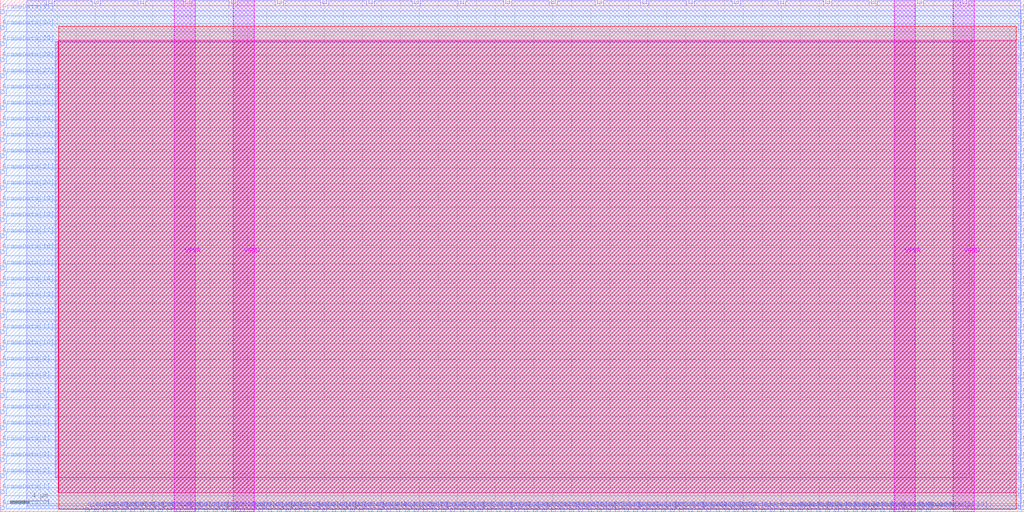
<source format=lef>
VERSION 5.7 ;
  NOWIREEXTENSIONATPIN ON ;
  DIVIDERCHAR "/" ;
  BUSBITCHARS "[]" ;
MACRO NW_term
  CLASS BLOCK ;
  FOREIGN NW_term ;
  ORIGIN 0.000 0.000 ;
  SIZE 107.520 BY 53.760 ;
  PIN FrameData[0]
    DIRECTION INPUT ;
    USE SIGNAL ;
    ANTENNAGATEAREA 0.180700 ;
    PORT
      LAYER Metal3 ;
        RECT 0.000 0.220 0.400 0.620 ;
    END
  END FrameData[0]
  PIN FrameData[10]
    DIRECTION INPUT ;
    USE SIGNAL ;
    ANTENNAGATEAREA 0.180700 ;
    PORT
      LAYER Metal3 ;
        RECT 0.000 17.020 0.400 17.420 ;
    END
  END FrameData[10]
  PIN FrameData[11]
    DIRECTION INPUT ;
    USE SIGNAL ;
    ANTENNAGATEAREA 0.180700 ;
    PORT
      LAYER Metal3 ;
        RECT 0.000 18.700 0.400 19.100 ;
    END
  END FrameData[11]
  PIN FrameData[12]
    DIRECTION INPUT ;
    USE SIGNAL ;
    ANTENNAGATEAREA 0.180700 ;
    PORT
      LAYER Metal3 ;
        RECT 0.000 20.380 0.400 20.780 ;
    END
  END FrameData[12]
  PIN FrameData[13]
    DIRECTION INPUT ;
    USE SIGNAL ;
    ANTENNAGATEAREA 0.180700 ;
    PORT
      LAYER Metal3 ;
        RECT 0.000 22.060 0.400 22.460 ;
    END
  END FrameData[13]
  PIN FrameData[14]
    DIRECTION INPUT ;
    USE SIGNAL ;
    ANTENNAGATEAREA 0.180700 ;
    PORT
      LAYER Metal3 ;
        RECT 0.000 23.740 0.400 24.140 ;
    END
  END FrameData[14]
  PIN FrameData[15]
    DIRECTION INPUT ;
    USE SIGNAL ;
    ANTENNAGATEAREA 0.180700 ;
    PORT
      LAYER Metal3 ;
        RECT 0.000 25.420 0.400 25.820 ;
    END
  END FrameData[15]
  PIN FrameData[16]
    DIRECTION INPUT ;
    USE SIGNAL ;
    ANTENNAGATEAREA 0.180700 ;
    PORT
      LAYER Metal3 ;
        RECT 0.000 27.100 0.400 27.500 ;
    END
  END FrameData[16]
  PIN FrameData[17]
    DIRECTION INPUT ;
    USE SIGNAL ;
    ANTENNAGATEAREA 0.180700 ;
    PORT
      LAYER Metal3 ;
        RECT 0.000 28.780 0.400 29.180 ;
    END
  END FrameData[17]
  PIN FrameData[18]
    DIRECTION INPUT ;
    USE SIGNAL ;
    ANTENNAGATEAREA 0.180700 ;
    PORT
      LAYER Metal3 ;
        RECT 0.000 30.460 0.400 30.860 ;
    END
  END FrameData[18]
  PIN FrameData[19]
    DIRECTION INPUT ;
    USE SIGNAL ;
    ANTENNAGATEAREA 0.180700 ;
    PORT
      LAYER Metal3 ;
        RECT 0.000 32.140 0.400 32.540 ;
    END
  END FrameData[19]
  PIN FrameData[1]
    DIRECTION INPUT ;
    USE SIGNAL ;
    ANTENNAGATEAREA 0.180700 ;
    PORT
      LAYER Metal3 ;
        RECT 0.000 1.900 0.400 2.300 ;
    END
  END FrameData[1]
  PIN FrameData[20]
    DIRECTION INPUT ;
    USE SIGNAL ;
    ANTENNAGATEAREA 0.180700 ;
    PORT
      LAYER Metal3 ;
        RECT 0.000 33.820 0.400 34.220 ;
    END
  END FrameData[20]
  PIN FrameData[21]
    DIRECTION INPUT ;
    USE SIGNAL ;
    ANTENNAGATEAREA 0.180700 ;
    PORT
      LAYER Metal3 ;
        RECT 0.000 35.500 0.400 35.900 ;
    END
  END FrameData[21]
  PIN FrameData[22]
    DIRECTION INPUT ;
    USE SIGNAL ;
    ANTENNAGATEAREA 0.180700 ;
    PORT
      LAYER Metal3 ;
        RECT 0.000 37.180 0.400 37.580 ;
    END
  END FrameData[22]
  PIN FrameData[23]
    DIRECTION INPUT ;
    USE SIGNAL ;
    ANTENNAGATEAREA 0.180700 ;
    PORT
      LAYER Metal3 ;
        RECT 0.000 38.860 0.400 39.260 ;
    END
  END FrameData[23]
  PIN FrameData[24]
    DIRECTION INPUT ;
    USE SIGNAL ;
    ANTENNAGATEAREA 0.180700 ;
    PORT
      LAYER Metal3 ;
        RECT 0.000 40.540 0.400 40.940 ;
    END
  END FrameData[24]
  PIN FrameData[25]
    DIRECTION INPUT ;
    USE SIGNAL ;
    ANTENNAGATEAREA 0.180700 ;
    PORT
      LAYER Metal3 ;
        RECT 0.000 42.220 0.400 42.620 ;
    END
  END FrameData[25]
  PIN FrameData[26]
    DIRECTION INPUT ;
    USE SIGNAL ;
    ANTENNAGATEAREA 0.180700 ;
    PORT
      LAYER Metal3 ;
        RECT 0.000 43.900 0.400 44.300 ;
    END
  END FrameData[26]
  PIN FrameData[27]
    DIRECTION INPUT ;
    USE SIGNAL ;
    ANTENNAGATEAREA 0.180700 ;
    PORT
      LAYER Metal3 ;
        RECT 0.000 45.580 0.400 45.980 ;
    END
  END FrameData[27]
  PIN FrameData[28]
    DIRECTION INPUT ;
    USE SIGNAL ;
    ANTENNAGATEAREA 0.180700 ;
    PORT
      LAYER Metal3 ;
        RECT 0.000 47.260 0.400 47.660 ;
    END
  END FrameData[28]
  PIN FrameData[29]
    DIRECTION INPUT ;
    USE SIGNAL ;
    ANTENNAGATEAREA 0.180700 ;
    PORT
      LAYER Metal3 ;
        RECT 0.000 48.940 0.400 49.340 ;
    END
  END FrameData[29]
  PIN FrameData[2]
    DIRECTION INPUT ;
    USE SIGNAL ;
    ANTENNAGATEAREA 0.180700 ;
    PORT
      LAYER Metal3 ;
        RECT 0.000 3.580 0.400 3.980 ;
    END
  END FrameData[2]
  PIN FrameData[30]
    DIRECTION INPUT ;
    USE SIGNAL ;
    ANTENNAGATEAREA 0.180700 ;
    PORT
      LAYER Metal3 ;
        RECT 0.000 50.620 0.400 51.020 ;
    END
  END FrameData[30]
  PIN FrameData[31]
    DIRECTION INPUT ;
    USE SIGNAL ;
    ANTENNAGATEAREA 0.180700 ;
    PORT
      LAYER Metal3 ;
        RECT 0.000 52.300 0.400 52.700 ;
    END
  END FrameData[31]
  PIN FrameData[3]
    DIRECTION INPUT ;
    USE SIGNAL ;
    ANTENNAGATEAREA 0.180700 ;
    PORT
      LAYER Metal3 ;
        RECT 0.000 5.260 0.400 5.660 ;
    END
  END FrameData[3]
  PIN FrameData[4]
    DIRECTION INPUT ;
    USE SIGNAL ;
    ANTENNAGATEAREA 0.180700 ;
    PORT
      LAYER Metal3 ;
        RECT 0.000 6.940 0.400 7.340 ;
    END
  END FrameData[4]
  PIN FrameData[5]
    DIRECTION INPUT ;
    USE SIGNAL ;
    ANTENNAGATEAREA 0.180700 ;
    PORT
      LAYER Metal3 ;
        RECT 0.000 8.620 0.400 9.020 ;
    END
  END FrameData[5]
  PIN FrameData[6]
    DIRECTION INPUT ;
    USE SIGNAL ;
    ANTENNAGATEAREA 0.180700 ;
    PORT
      LAYER Metal3 ;
        RECT 0.000 10.300 0.400 10.700 ;
    END
  END FrameData[6]
  PIN FrameData[7]
    DIRECTION INPUT ;
    USE SIGNAL ;
    ANTENNAGATEAREA 0.180700 ;
    PORT
      LAYER Metal3 ;
        RECT 0.000 11.980 0.400 12.380 ;
    END
  END FrameData[7]
  PIN FrameData[8]
    DIRECTION INPUT ;
    USE SIGNAL ;
    ANTENNAGATEAREA 0.180700 ;
    PORT
      LAYER Metal3 ;
        RECT 0.000 13.660 0.400 14.060 ;
    END
  END FrameData[8]
  PIN FrameData[9]
    DIRECTION INPUT ;
    USE SIGNAL ;
    ANTENNAGATEAREA 0.180700 ;
    PORT
      LAYER Metal3 ;
        RECT 0.000 15.340 0.400 15.740 ;
    END
  END FrameData[9]
  PIN FrameData_O[0]
    DIRECTION OUTPUT ;
    USE SIGNAL ;
    ANTENNADIFFAREA 0.708600 ;
    PORT
      LAYER Metal3 ;
        RECT 107.120 0.220 107.520 0.620 ;
    END
  END FrameData_O[0]
  PIN FrameData_O[10]
    DIRECTION OUTPUT ;
    USE SIGNAL ;
    ANTENNADIFFAREA 0.708600 ;
    PORT
      LAYER Metal3 ;
        RECT 107.120 17.020 107.520 17.420 ;
    END
  END FrameData_O[10]
  PIN FrameData_O[11]
    DIRECTION OUTPUT ;
    USE SIGNAL ;
    ANTENNADIFFAREA 0.708600 ;
    PORT
      LAYER Metal3 ;
        RECT 107.120 18.700 107.520 19.100 ;
    END
  END FrameData_O[11]
  PIN FrameData_O[12]
    DIRECTION OUTPUT ;
    USE SIGNAL ;
    ANTENNADIFFAREA 0.708600 ;
    PORT
      LAYER Metal3 ;
        RECT 107.120 20.380 107.520 20.780 ;
    END
  END FrameData_O[12]
  PIN FrameData_O[13]
    DIRECTION OUTPUT ;
    USE SIGNAL ;
    ANTENNADIFFAREA 0.708600 ;
    PORT
      LAYER Metal3 ;
        RECT 107.120 22.060 107.520 22.460 ;
    END
  END FrameData_O[13]
  PIN FrameData_O[14]
    DIRECTION OUTPUT ;
    USE SIGNAL ;
    ANTENNADIFFAREA 0.708600 ;
    PORT
      LAYER Metal3 ;
        RECT 107.120 23.740 107.520 24.140 ;
    END
  END FrameData_O[14]
  PIN FrameData_O[15]
    DIRECTION OUTPUT ;
    USE SIGNAL ;
    ANTENNADIFFAREA 0.708600 ;
    PORT
      LAYER Metal3 ;
        RECT 107.120 25.420 107.520 25.820 ;
    END
  END FrameData_O[15]
  PIN FrameData_O[16]
    DIRECTION OUTPUT ;
    USE SIGNAL ;
    ANTENNADIFFAREA 0.708600 ;
    PORT
      LAYER Metal3 ;
        RECT 107.120 27.100 107.520 27.500 ;
    END
  END FrameData_O[16]
  PIN FrameData_O[17]
    DIRECTION OUTPUT ;
    USE SIGNAL ;
    ANTENNADIFFAREA 0.708600 ;
    PORT
      LAYER Metal3 ;
        RECT 107.120 28.780 107.520 29.180 ;
    END
  END FrameData_O[17]
  PIN FrameData_O[18]
    DIRECTION OUTPUT ;
    USE SIGNAL ;
    ANTENNADIFFAREA 0.708600 ;
    PORT
      LAYER Metal3 ;
        RECT 107.120 30.460 107.520 30.860 ;
    END
  END FrameData_O[18]
  PIN FrameData_O[19]
    DIRECTION OUTPUT ;
    USE SIGNAL ;
    ANTENNADIFFAREA 0.708600 ;
    PORT
      LAYER Metal3 ;
        RECT 107.120 32.140 107.520 32.540 ;
    END
  END FrameData_O[19]
  PIN FrameData_O[1]
    DIRECTION OUTPUT ;
    USE SIGNAL ;
    ANTENNADIFFAREA 0.708600 ;
    PORT
      LAYER Metal3 ;
        RECT 107.120 1.900 107.520 2.300 ;
    END
  END FrameData_O[1]
  PIN FrameData_O[20]
    DIRECTION OUTPUT ;
    USE SIGNAL ;
    ANTENNADIFFAREA 0.708600 ;
    PORT
      LAYER Metal3 ;
        RECT 107.120 33.820 107.520 34.220 ;
    END
  END FrameData_O[20]
  PIN FrameData_O[21]
    DIRECTION OUTPUT ;
    USE SIGNAL ;
    ANTENNADIFFAREA 0.708600 ;
    PORT
      LAYER Metal3 ;
        RECT 107.120 35.500 107.520 35.900 ;
    END
  END FrameData_O[21]
  PIN FrameData_O[22]
    DIRECTION OUTPUT ;
    USE SIGNAL ;
    ANTENNADIFFAREA 0.708600 ;
    PORT
      LAYER Metal3 ;
        RECT 107.120 37.180 107.520 37.580 ;
    END
  END FrameData_O[22]
  PIN FrameData_O[23]
    DIRECTION OUTPUT ;
    USE SIGNAL ;
    ANTENNADIFFAREA 0.708600 ;
    PORT
      LAYER Metal3 ;
        RECT 107.120 38.860 107.520 39.260 ;
    END
  END FrameData_O[23]
  PIN FrameData_O[24]
    DIRECTION OUTPUT ;
    USE SIGNAL ;
    ANTENNADIFFAREA 0.708600 ;
    PORT
      LAYER Metal3 ;
        RECT 107.120 40.540 107.520 40.940 ;
    END
  END FrameData_O[24]
  PIN FrameData_O[25]
    DIRECTION OUTPUT ;
    USE SIGNAL ;
    ANTENNADIFFAREA 0.708600 ;
    PORT
      LAYER Metal3 ;
        RECT 107.120 42.220 107.520 42.620 ;
    END
  END FrameData_O[25]
  PIN FrameData_O[26]
    DIRECTION OUTPUT ;
    USE SIGNAL ;
    ANTENNADIFFAREA 0.708600 ;
    PORT
      LAYER Metal3 ;
        RECT 107.120 43.900 107.520 44.300 ;
    END
  END FrameData_O[26]
  PIN FrameData_O[27]
    DIRECTION OUTPUT ;
    USE SIGNAL ;
    ANTENNADIFFAREA 0.708600 ;
    PORT
      LAYER Metal3 ;
        RECT 107.120 45.580 107.520 45.980 ;
    END
  END FrameData_O[27]
  PIN FrameData_O[28]
    DIRECTION OUTPUT ;
    USE SIGNAL ;
    ANTENNADIFFAREA 0.708600 ;
    PORT
      LAYER Metal3 ;
        RECT 107.120 47.260 107.520 47.660 ;
    END
  END FrameData_O[28]
  PIN FrameData_O[29]
    DIRECTION OUTPUT ;
    USE SIGNAL ;
    ANTENNADIFFAREA 0.708600 ;
    PORT
      LAYER Metal3 ;
        RECT 107.120 48.940 107.520 49.340 ;
    END
  END FrameData_O[29]
  PIN FrameData_O[2]
    DIRECTION OUTPUT ;
    USE SIGNAL ;
    ANTENNADIFFAREA 0.708600 ;
    PORT
      LAYER Metal3 ;
        RECT 107.120 3.580 107.520 3.980 ;
    END
  END FrameData_O[2]
  PIN FrameData_O[30]
    DIRECTION OUTPUT ;
    USE SIGNAL ;
    ANTENNADIFFAREA 0.708600 ;
    PORT
      LAYER Metal3 ;
        RECT 107.120 50.620 107.520 51.020 ;
    END
  END FrameData_O[30]
  PIN FrameData_O[31]
    DIRECTION OUTPUT ;
    USE SIGNAL ;
    ANTENNADIFFAREA 0.708600 ;
    PORT
      LAYER Metal3 ;
        RECT 107.120 52.300 107.520 52.700 ;
    END
  END FrameData_O[31]
  PIN FrameData_O[3]
    DIRECTION OUTPUT ;
    USE SIGNAL ;
    ANTENNADIFFAREA 0.708600 ;
    PORT
      LAYER Metal3 ;
        RECT 107.120 5.260 107.520 5.660 ;
    END
  END FrameData_O[3]
  PIN FrameData_O[4]
    DIRECTION OUTPUT ;
    USE SIGNAL ;
    ANTENNADIFFAREA 0.708600 ;
    PORT
      LAYER Metal3 ;
        RECT 107.120 6.940 107.520 7.340 ;
    END
  END FrameData_O[4]
  PIN FrameData_O[5]
    DIRECTION OUTPUT ;
    USE SIGNAL ;
    ANTENNADIFFAREA 0.708600 ;
    PORT
      LAYER Metal3 ;
        RECT 107.120 8.620 107.520 9.020 ;
    END
  END FrameData_O[5]
  PIN FrameData_O[6]
    DIRECTION OUTPUT ;
    USE SIGNAL ;
    ANTENNADIFFAREA 0.708600 ;
    PORT
      LAYER Metal3 ;
        RECT 107.120 10.300 107.520 10.700 ;
    END
  END FrameData_O[6]
  PIN FrameData_O[7]
    DIRECTION OUTPUT ;
    USE SIGNAL ;
    ANTENNADIFFAREA 0.708600 ;
    PORT
      LAYER Metal3 ;
        RECT 107.120 11.980 107.520 12.380 ;
    END
  END FrameData_O[7]
  PIN FrameData_O[8]
    DIRECTION OUTPUT ;
    USE SIGNAL ;
    ANTENNADIFFAREA 0.708600 ;
    PORT
      LAYER Metal3 ;
        RECT 107.120 13.660 107.520 14.060 ;
    END
  END FrameData_O[8]
  PIN FrameData_O[9]
    DIRECTION OUTPUT ;
    USE SIGNAL ;
    ANTENNADIFFAREA 0.708600 ;
    PORT
      LAYER Metal3 ;
        RECT 107.120 15.340 107.520 15.740 ;
    END
  END FrameData_O[9]
  PIN FrameStrobe[0]
    DIRECTION INPUT ;
    USE SIGNAL ;
    ANTENNAGATEAREA 0.180700 ;
    PORT
      LAYER Metal2 ;
        RECT 79.000 0.000 79.400 0.400 ;
    END
  END FrameStrobe[0]
  PIN FrameStrobe[10]
    DIRECTION INPUT ;
    USE SIGNAL ;
    ANTENNAGATEAREA 0.180700 ;
    PORT
      LAYER Metal2 ;
        RECT 88.600 0.000 89.000 0.400 ;
    END
  END FrameStrobe[10]
  PIN FrameStrobe[11]
    DIRECTION INPUT ;
    USE SIGNAL ;
    ANTENNAGATEAREA 0.180700 ;
    PORT
      LAYER Metal2 ;
        RECT 89.560 0.000 89.960 0.400 ;
    END
  END FrameStrobe[11]
  PIN FrameStrobe[12]
    DIRECTION INPUT ;
    USE SIGNAL ;
    ANTENNAGATEAREA 0.180700 ;
    PORT
      LAYER Metal2 ;
        RECT 90.520 0.000 90.920 0.400 ;
    END
  END FrameStrobe[12]
  PIN FrameStrobe[13]
    DIRECTION INPUT ;
    USE SIGNAL ;
    ANTENNAGATEAREA 0.180700 ;
    PORT
      LAYER Metal2 ;
        RECT 91.480 0.000 91.880 0.400 ;
    END
  END FrameStrobe[13]
  PIN FrameStrobe[14]
    DIRECTION INPUT ;
    USE SIGNAL ;
    ANTENNAGATEAREA 0.180700 ;
    PORT
      LAYER Metal2 ;
        RECT 92.440 0.000 92.840 0.400 ;
    END
  END FrameStrobe[14]
  PIN FrameStrobe[15]
    DIRECTION INPUT ;
    USE SIGNAL ;
    ANTENNAGATEAREA 0.180700 ;
    PORT
      LAYER Metal2 ;
        RECT 93.400 0.000 93.800 0.400 ;
    END
  END FrameStrobe[15]
  PIN FrameStrobe[16]
    DIRECTION INPUT ;
    USE SIGNAL ;
    ANTENNAGATEAREA 0.180700 ;
    PORT
      LAYER Metal2 ;
        RECT 94.360 0.000 94.760 0.400 ;
    END
  END FrameStrobe[16]
  PIN FrameStrobe[17]
    DIRECTION INPUT ;
    USE SIGNAL ;
    ANTENNAGATEAREA 0.180700 ;
    PORT
      LAYER Metal2 ;
        RECT 95.320 0.000 95.720 0.400 ;
    END
  END FrameStrobe[17]
  PIN FrameStrobe[18]
    DIRECTION INPUT ;
    USE SIGNAL ;
    ANTENNAGATEAREA 0.180700 ;
    PORT
      LAYER Metal2 ;
        RECT 96.280 0.000 96.680 0.400 ;
    END
  END FrameStrobe[18]
  PIN FrameStrobe[19]
    DIRECTION INPUT ;
    USE SIGNAL ;
    ANTENNAGATEAREA 0.180700 ;
    PORT
      LAYER Metal2 ;
        RECT 97.240 0.000 97.640 0.400 ;
    END
  END FrameStrobe[19]
  PIN FrameStrobe[1]
    DIRECTION INPUT ;
    USE SIGNAL ;
    ANTENNAGATEAREA 0.180700 ;
    PORT
      LAYER Metal2 ;
        RECT 79.960 0.000 80.360 0.400 ;
    END
  END FrameStrobe[1]
  PIN FrameStrobe[2]
    DIRECTION INPUT ;
    USE SIGNAL ;
    ANTENNAGATEAREA 0.180700 ;
    PORT
      LAYER Metal2 ;
        RECT 80.920 0.000 81.320 0.400 ;
    END
  END FrameStrobe[2]
  PIN FrameStrobe[3]
    DIRECTION INPUT ;
    USE SIGNAL ;
    ANTENNAGATEAREA 0.180700 ;
    PORT
      LAYER Metal2 ;
        RECT 81.880 0.000 82.280 0.400 ;
    END
  END FrameStrobe[3]
  PIN FrameStrobe[4]
    DIRECTION INPUT ;
    USE SIGNAL ;
    ANTENNAGATEAREA 0.180700 ;
    PORT
      LAYER Metal2 ;
        RECT 82.840 0.000 83.240 0.400 ;
    END
  END FrameStrobe[4]
  PIN FrameStrobe[5]
    DIRECTION INPUT ;
    USE SIGNAL ;
    ANTENNAGATEAREA 0.180700 ;
    PORT
      LAYER Metal2 ;
        RECT 83.800 0.000 84.200 0.400 ;
    END
  END FrameStrobe[5]
  PIN FrameStrobe[6]
    DIRECTION INPUT ;
    USE SIGNAL ;
    ANTENNAGATEAREA 0.180700 ;
    PORT
      LAYER Metal2 ;
        RECT 84.760 0.000 85.160 0.400 ;
    END
  END FrameStrobe[6]
  PIN FrameStrobe[7]
    DIRECTION INPUT ;
    USE SIGNAL ;
    ANTENNAGATEAREA 0.180700 ;
    PORT
      LAYER Metal2 ;
        RECT 85.720 0.000 86.120 0.400 ;
    END
  END FrameStrobe[7]
  PIN FrameStrobe[8]
    DIRECTION INPUT ;
    USE SIGNAL ;
    ANTENNAGATEAREA 0.180700 ;
    PORT
      LAYER Metal2 ;
        RECT 86.680 0.000 87.080 0.400 ;
    END
  END FrameStrobe[8]
  PIN FrameStrobe[9]
    DIRECTION INPUT ;
    USE SIGNAL ;
    ANTENNAGATEAREA 0.180700 ;
    PORT
      LAYER Metal2 ;
        RECT 87.640 0.000 88.040 0.400 ;
    END
  END FrameStrobe[9]
  PIN FrameStrobe_O[0]
    DIRECTION OUTPUT ;
    USE SIGNAL ;
    ANTENNADIFFAREA 0.708600 ;
    PORT
      LAYER Metal2 ;
        RECT 9.880 53.360 10.280 53.760 ;
    END
  END FrameStrobe_O[0]
  PIN FrameStrobe_O[10]
    DIRECTION OUTPUT ;
    USE SIGNAL ;
    ANTENNADIFFAREA 0.708600 ;
    PORT
      LAYER Metal2 ;
        RECT 57.880 53.360 58.280 53.760 ;
    END
  END FrameStrobe_O[10]
  PIN FrameStrobe_O[11]
    DIRECTION OUTPUT ;
    USE SIGNAL ;
    ANTENNADIFFAREA 0.708600 ;
    PORT
      LAYER Metal2 ;
        RECT 62.680 53.360 63.080 53.760 ;
    END
  END FrameStrobe_O[11]
  PIN FrameStrobe_O[12]
    DIRECTION OUTPUT ;
    USE SIGNAL ;
    ANTENNADIFFAREA 0.708600 ;
    PORT
      LAYER Metal2 ;
        RECT 67.480 53.360 67.880 53.760 ;
    END
  END FrameStrobe_O[12]
  PIN FrameStrobe_O[13]
    DIRECTION OUTPUT ;
    USE SIGNAL ;
    ANTENNADIFFAREA 0.708600 ;
    PORT
      LAYER Metal2 ;
        RECT 72.280 53.360 72.680 53.760 ;
    END
  END FrameStrobe_O[13]
  PIN FrameStrobe_O[14]
    DIRECTION OUTPUT ;
    USE SIGNAL ;
    ANTENNADIFFAREA 0.708600 ;
    PORT
      LAYER Metal2 ;
        RECT 77.080 53.360 77.480 53.760 ;
    END
  END FrameStrobe_O[14]
  PIN FrameStrobe_O[15]
    DIRECTION OUTPUT ;
    USE SIGNAL ;
    ANTENNADIFFAREA 0.708600 ;
    PORT
      LAYER Metal2 ;
        RECT 81.880 53.360 82.280 53.760 ;
    END
  END FrameStrobe_O[15]
  PIN FrameStrobe_O[16]
    DIRECTION OUTPUT ;
    USE SIGNAL ;
    ANTENNADIFFAREA 0.708600 ;
    PORT
      LAYER Metal2 ;
        RECT 86.680 53.360 87.080 53.760 ;
    END
  END FrameStrobe_O[16]
  PIN FrameStrobe_O[17]
    DIRECTION OUTPUT ;
    USE SIGNAL ;
    ANTENNADIFFAREA 0.708600 ;
    PORT
      LAYER Metal2 ;
        RECT 91.480 53.360 91.880 53.760 ;
    END
  END FrameStrobe_O[17]
  PIN FrameStrobe_O[18]
    DIRECTION OUTPUT ;
    USE SIGNAL ;
    ANTENNADIFFAREA 0.708600 ;
    PORT
      LAYER Metal2 ;
        RECT 96.280 53.360 96.680 53.760 ;
    END
  END FrameStrobe_O[18]
  PIN FrameStrobe_O[19]
    DIRECTION OUTPUT ;
    USE SIGNAL ;
    ANTENNADIFFAREA 0.708600 ;
    PORT
      LAYER Metal2 ;
        RECT 101.080 53.360 101.480 53.760 ;
    END
  END FrameStrobe_O[19]
  PIN FrameStrobe_O[1]
    DIRECTION OUTPUT ;
    USE SIGNAL ;
    ANTENNADIFFAREA 0.708600 ;
    PORT
      LAYER Metal2 ;
        RECT 14.680 53.360 15.080 53.760 ;
    END
  END FrameStrobe_O[1]
  PIN FrameStrobe_O[2]
    DIRECTION OUTPUT ;
    USE SIGNAL ;
    ANTENNADIFFAREA 0.708600 ;
    PORT
      LAYER Metal2 ;
        RECT 19.480 53.360 19.880 53.760 ;
    END
  END FrameStrobe_O[2]
  PIN FrameStrobe_O[3]
    DIRECTION OUTPUT ;
    USE SIGNAL ;
    ANTENNADIFFAREA 0.708600 ;
    PORT
      LAYER Metal2 ;
        RECT 24.280 53.360 24.680 53.760 ;
    END
  END FrameStrobe_O[3]
  PIN FrameStrobe_O[4]
    DIRECTION OUTPUT ;
    USE SIGNAL ;
    ANTENNADIFFAREA 0.708600 ;
    PORT
      LAYER Metal2 ;
        RECT 29.080 53.360 29.480 53.760 ;
    END
  END FrameStrobe_O[4]
  PIN FrameStrobe_O[5]
    DIRECTION OUTPUT ;
    USE SIGNAL ;
    ANTENNADIFFAREA 0.708600 ;
    PORT
      LAYER Metal2 ;
        RECT 33.880 53.360 34.280 53.760 ;
    END
  END FrameStrobe_O[5]
  PIN FrameStrobe_O[6]
    DIRECTION OUTPUT ;
    USE SIGNAL ;
    ANTENNADIFFAREA 0.708600 ;
    PORT
      LAYER Metal2 ;
        RECT 38.680 53.360 39.080 53.760 ;
    END
  END FrameStrobe_O[6]
  PIN FrameStrobe_O[7]
    DIRECTION OUTPUT ;
    USE SIGNAL ;
    ANTENNADIFFAREA 0.708600 ;
    PORT
      LAYER Metal2 ;
        RECT 43.480 53.360 43.880 53.760 ;
    END
  END FrameStrobe_O[7]
  PIN FrameStrobe_O[8]
    DIRECTION OUTPUT ;
    USE SIGNAL ;
    ANTENNADIFFAREA 0.708600 ;
    PORT
      LAYER Metal2 ;
        RECT 48.280 53.360 48.680 53.760 ;
    END
  END FrameStrobe_O[8]
  PIN FrameStrobe_O[9]
    DIRECTION OUTPUT ;
    USE SIGNAL ;
    ANTENNADIFFAREA 0.708600 ;
    PORT
      LAYER Metal2 ;
        RECT 53.080 53.360 53.480 53.760 ;
    END
  END FrameStrobe_O[9]
  PIN N1END[0]
    DIRECTION INPUT ;
    USE SIGNAL ;
    ANTENNAGATEAREA 0.180700 ;
    PORT
      LAYER Metal2 ;
        RECT 8.920 0.000 9.320 0.400 ;
    END
  END N1END[0]
  PIN N1END[1]
    DIRECTION INPUT ;
    USE SIGNAL ;
    ANTENNAGATEAREA 0.180700 ;
    PORT
      LAYER Metal2 ;
        RECT 9.880 0.000 10.280 0.400 ;
    END
  END N1END[1]
  PIN N1END[2]
    DIRECTION INPUT ;
    USE SIGNAL ;
    ANTENNAGATEAREA 0.180700 ;
    PORT
      LAYER Metal2 ;
        RECT 10.840 0.000 11.240 0.400 ;
    END
  END N1END[2]
  PIN N1END[3]
    DIRECTION INPUT ;
    USE SIGNAL ;
    ANTENNAGATEAREA 0.180700 ;
    PORT
      LAYER Metal2 ;
        RECT 11.800 0.000 12.200 0.400 ;
    END
  END N1END[3]
  PIN N2END[0]
    DIRECTION INPUT ;
    USE SIGNAL ;
    ANTENNAGATEAREA 0.180700 ;
    PORT
      LAYER Metal2 ;
        RECT 20.440 0.000 20.840 0.400 ;
    END
  END N2END[0]
  PIN N2END[1]
    DIRECTION INPUT ;
    USE SIGNAL ;
    ANTENNAGATEAREA 0.180700 ;
    PORT
      LAYER Metal2 ;
        RECT 21.400 0.000 21.800 0.400 ;
    END
  END N2END[1]
  PIN N2END[2]
    DIRECTION INPUT ;
    USE SIGNAL ;
    ANTENNAGATEAREA 0.180700 ;
    PORT
      LAYER Metal2 ;
        RECT 22.360 0.000 22.760 0.400 ;
    END
  END N2END[2]
  PIN N2END[3]
    DIRECTION INPUT ;
    USE SIGNAL ;
    ANTENNAGATEAREA 0.180700 ;
    PORT
      LAYER Metal2 ;
        RECT 23.320 0.000 23.720 0.400 ;
    END
  END N2END[3]
  PIN N2END[4]
    DIRECTION INPUT ;
    USE SIGNAL ;
    ANTENNAGATEAREA 0.180700 ;
    PORT
      LAYER Metal2 ;
        RECT 24.280 0.000 24.680 0.400 ;
    END
  END N2END[4]
  PIN N2END[5]
    DIRECTION INPUT ;
    USE SIGNAL ;
    ANTENNAGATEAREA 0.180700 ;
    PORT
      LAYER Metal2 ;
        RECT 25.240 0.000 25.640 0.400 ;
    END
  END N2END[5]
  PIN N2END[6]
    DIRECTION INPUT ;
    USE SIGNAL ;
    ANTENNAGATEAREA 0.180700 ;
    PORT
      LAYER Metal2 ;
        RECT 26.200 0.000 26.600 0.400 ;
    END
  END N2END[6]
  PIN N2END[7]
    DIRECTION INPUT ;
    USE SIGNAL ;
    ANTENNAGATEAREA 0.180700 ;
    PORT
      LAYER Metal2 ;
        RECT 27.160 0.000 27.560 0.400 ;
    END
  END N2END[7]
  PIN N2MID[0]
    DIRECTION INPUT ;
    USE SIGNAL ;
    ANTENNAGATEAREA 0.180700 ;
    PORT
      LAYER Metal2 ;
        RECT 12.760 0.000 13.160 0.400 ;
    END
  END N2MID[0]
  PIN N2MID[1]
    DIRECTION INPUT ;
    USE SIGNAL ;
    ANTENNAGATEAREA 0.180700 ;
    PORT
      LAYER Metal2 ;
        RECT 13.720 0.000 14.120 0.400 ;
    END
  END N2MID[1]
  PIN N2MID[2]
    DIRECTION INPUT ;
    USE SIGNAL ;
    ANTENNAGATEAREA 0.180700 ;
    PORT
      LAYER Metal2 ;
        RECT 14.680 0.000 15.080 0.400 ;
    END
  END N2MID[2]
  PIN N2MID[3]
    DIRECTION INPUT ;
    USE SIGNAL ;
    ANTENNAGATEAREA 0.180700 ;
    PORT
      LAYER Metal2 ;
        RECT 15.640 0.000 16.040 0.400 ;
    END
  END N2MID[3]
  PIN N2MID[4]
    DIRECTION INPUT ;
    USE SIGNAL ;
    ANTENNAGATEAREA 0.180700 ;
    PORT
      LAYER Metal2 ;
        RECT 16.600 0.000 17.000 0.400 ;
    END
  END N2MID[4]
  PIN N2MID[5]
    DIRECTION INPUT ;
    USE SIGNAL ;
    ANTENNAGATEAREA 0.180700 ;
    PORT
      LAYER Metal2 ;
        RECT 17.560 0.000 17.960 0.400 ;
    END
  END N2MID[5]
  PIN N2MID[6]
    DIRECTION INPUT ;
    USE SIGNAL ;
    ANTENNAGATEAREA 0.180700 ;
    PORT
      LAYER Metal2 ;
        RECT 18.520 0.000 18.920 0.400 ;
    END
  END N2MID[6]
  PIN N2MID[7]
    DIRECTION INPUT ;
    USE SIGNAL ;
    ANTENNAGATEAREA 0.180700 ;
    PORT
      LAYER Metal2 ;
        RECT 19.480 0.000 19.880 0.400 ;
    END
  END N2MID[7]
  PIN N4END[0]
    DIRECTION INPUT ;
    USE SIGNAL ;
    ANTENNAGATEAREA 0.180700 ;
    PORT
      LAYER Metal2 ;
        RECT 28.120 0.000 28.520 0.400 ;
    END
  END N4END[0]
  PIN N4END[10]
    DIRECTION INPUT ;
    USE SIGNAL ;
    ANTENNAGATEAREA 0.180700 ;
    PORT
      LAYER Metal2 ;
        RECT 37.720 0.000 38.120 0.400 ;
    END
  END N4END[10]
  PIN N4END[11]
    DIRECTION INPUT ;
    USE SIGNAL ;
    ANTENNAGATEAREA 0.180700 ;
    PORT
      LAYER Metal2 ;
        RECT 38.680 0.000 39.080 0.400 ;
    END
  END N4END[11]
  PIN N4END[12]
    DIRECTION INPUT ;
    USE SIGNAL ;
    ANTENNAGATEAREA 0.180700 ;
    PORT
      LAYER Metal2 ;
        RECT 39.640 0.000 40.040 0.400 ;
    END
  END N4END[12]
  PIN N4END[13]
    DIRECTION INPUT ;
    USE SIGNAL ;
    ANTENNAGATEAREA 0.180700 ;
    PORT
      LAYER Metal2 ;
        RECT 40.600 0.000 41.000 0.400 ;
    END
  END N4END[13]
  PIN N4END[14]
    DIRECTION INPUT ;
    USE SIGNAL ;
    ANTENNAGATEAREA 0.180700 ;
    PORT
      LAYER Metal2 ;
        RECT 41.560 0.000 41.960 0.400 ;
    END
  END N4END[14]
  PIN N4END[15]
    DIRECTION INPUT ;
    USE SIGNAL ;
    ANTENNAGATEAREA 0.180700 ;
    PORT
      LAYER Metal2 ;
        RECT 42.520 0.000 42.920 0.400 ;
    END
  END N4END[15]
  PIN N4END[1]
    DIRECTION INPUT ;
    USE SIGNAL ;
    ANTENNAGATEAREA 0.180700 ;
    PORT
      LAYER Metal2 ;
        RECT 29.080 0.000 29.480 0.400 ;
    END
  END N4END[1]
  PIN N4END[2]
    DIRECTION INPUT ;
    USE SIGNAL ;
    ANTENNAGATEAREA 0.180700 ;
    PORT
      LAYER Metal2 ;
        RECT 30.040 0.000 30.440 0.400 ;
    END
  END N4END[2]
  PIN N4END[3]
    DIRECTION INPUT ;
    USE SIGNAL ;
    ANTENNAGATEAREA 0.180700 ;
    PORT
      LAYER Metal2 ;
        RECT 31.000 0.000 31.400 0.400 ;
    END
  END N4END[3]
  PIN N4END[4]
    DIRECTION INPUT ;
    USE SIGNAL ;
    ANTENNAGATEAREA 0.180700 ;
    PORT
      LAYER Metal2 ;
        RECT 31.960 0.000 32.360 0.400 ;
    END
  END N4END[4]
  PIN N4END[5]
    DIRECTION INPUT ;
    USE SIGNAL ;
    ANTENNAGATEAREA 0.180700 ;
    PORT
      LAYER Metal2 ;
        RECT 32.920 0.000 33.320 0.400 ;
    END
  END N4END[5]
  PIN N4END[6]
    DIRECTION INPUT ;
    USE SIGNAL ;
    ANTENNAGATEAREA 0.180700 ;
    PORT
      LAYER Metal2 ;
        RECT 33.880 0.000 34.280 0.400 ;
    END
  END N4END[6]
  PIN N4END[7]
    DIRECTION INPUT ;
    USE SIGNAL ;
    ANTENNAGATEAREA 0.180700 ;
    PORT
      LAYER Metal2 ;
        RECT 34.840 0.000 35.240 0.400 ;
    END
  END N4END[7]
  PIN N4END[8]
    DIRECTION INPUT ;
    USE SIGNAL ;
    ANTENNAGATEAREA 0.180700 ;
    PORT
      LAYER Metal2 ;
        RECT 35.800 0.000 36.200 0.400 ;
    END
  END N4END[8]
  PIN N4END[9]
    DIRECTION INPUT ;
    USE SIGNAL ;
    ANTENNAGATEAREA 0.180700 ;
    PORT
      LAYER Metal2 ;
        RECT 36.760 0.000 37.160 0.400 ;
    END
  END N4END[9]
  PIN S1BEG[0]
    DIRECTION OUTPUT ;
    USE SIGNAL ;
    ANTENNADIFFAREA 0.708600 ;
    PORT
      LAYER Metal2 ;
        RECT 43.480 0.000 43.880 0.400 ;
    END
  END S1BEG[0]
  PIN S1BEG[1]
    DIRECTION OUTPUT ;
    USE SIGNAL ;
    ANTENNADIFFAREA 0.708600 ;
    PORT
      LAYER Metal2 ;
        RECT 44.440 0.000 44.840 0.400 ;
    END
  END S1BEG[1]
  PIN S1BEG[2]
    DIRECTION OUTPUT ;
    USE SIGNAL ;
    ANTENNADIFFAREA 0.708600 ;
    PORT
      LAYER Metal2 ;
        RECT 45.400 0.000 45.800 0.400 ;
    END
  END S1BEG[2]
  PIN S1BEG[3]
    DIRECTION OUTPUT ;
    USE SIGNAL ;
    ANTENNADIFFAREA 0.708600 ;
    PORT
      LAYER Metal2 ;
        RECT 46.360 0.000 46.760 0.400 ;
    END
  END S1BEG[3]
  PIN S2BEG[0]
    DIRECTION OUTPUT ;
    USE SIGNAL ;
    ANTENNADIFFAREA 0.708600 ;
    PORT
      LAYER Metal2 ;
        RECT 47.320 0.000 47.720 0.400 ;
    END
  END S2BEG[0]
  PIN S2BEG[1]
    DIRECTION OUTPUT ;
    USE SIGNAL ;
    ANTENNADIFFAREA 0.708600 ;
    PORT
      LAYER Metal2 ;
        RECT 48.280 0.000 48.680 0.400 ;
    END
  END S2BEG[1]
  PIN S2BEG[2]
    DIRECTION OUTPUT ;
    USE SIGNAL ;
    ANTENNADIFFAREA 0.708600 ;
    PORT
      LAYER Metal2 ;
        RECT 49.240 0.000 49.640 0.400 ;
    END
  END S2BEG[2]
  PIN S2BEG[3]
    DIRECTION OUTPUT ;
    USE SIGNAL ;
    ANTENNADIFFAREA 0.708600 ;
    PORT
      LAYER Metal2 ;
        RECT 50.200 0.000 50.600 0.400 ;
    END
  END S2BEG[3]
  PIN S2BEG[4]
    DIRECTION OUTPUT ;
    USE SIGNAL ;
    ANTENNADIFFAREA 0.708600 ;
    PORT
      LAYER Metal2 ;
        RECT 51.160 0.000 51.560 0.400 ;
    END
  END S2BEG[4]
  PIN S2BEG[5]
    DIRECTION OUTPUT ;
    USE SIGNAL ;
    ANTENNADIFFAREA 0.708600 ;
    PORT
      LAYER Metal2 ;
        RECT 52.120 0.000 52.520 0.400 ;
    END
  END S2BEG[5]
  PIN S2BEG[6]
    DIRECTION OUTPUT ;
    USE SIGNAL ;
    ANTENNADIFFAREA 0.708600 ;
    PORT
      LAYER Metal2 ;
        RECT 53.080 0.000 53.480 0.400 ;
    END
  END S2BEG[6]
  PIN S2BEG[7]
    DIRECTION OUTPUT ;
    USE SIGNAL ;
    ANTENNADIFFAREA 0.708600 ;
    PORT
      LAYER Metal2 ;
        RECT 54.040 0.000 54.440 0.400 ;
    END
  END S2BEG[7]
  PIN S2BEGb[0]
    DIRECTION OUTPUT ;
    USE SIGNAL ;
    ANTENNADIFFAREA 0.708600 ;
    PORT
      LAYER Metal2 ;
        RECT 55.000 0.000 55.400 0.400 ;
    END
  END S2BEGb[0]
  PIN S2BEGb[1]
    DIRECTION OUTPUT ;
    USE SIGNAL ;
    ANTENNADIFFAREA 0.708600 ;
    PORT
      LAYER Metal2 ;
        RECT 55.960 0.000 56.360 0.400 ;
    END
  END S2BEGb[1]
  PIN S2BEGb[2]
    DIRECTION OUTPUT ;
    USE SIGNAL ;
    ANTENNADIFFAREA 0.708600 ;
    PORT
      LAYER Metal2 ;
        RECT 56.920 0.000 57.320 0.400 ;
    END
  END S2BEGb[2]
  PIN S2BEGb[3]
    DIRECTION OUTPUT ;
    USE SIGNAL ;
    ANTENNADIFFAREA 0.708600 ;
    PORT
      LAYER Metal2 ;
        RECT 57.880 0.000 58.280 0.400 ;
    END
  END S2BEGb[3]
  PIN S2BEGb[4]
    DIRECTION OUTPUT ;
    USE SIGNAL ;
    ANTENNADIFFAREA 0.708600 ;
    PORT
      LAYER Metal2 ;
        RECT 58.840 0.000 59.240 0.400 ;
    END
  END S2BEGb[4]
  PIN S2BEGb[5]
    DIRECTION OUTPUT ;
    USE SIGNAL ;
    ANTENNADIFFAREA 0.708600 ;
    PORT
      LAYER Metal2 ;
        RECT 59.800 0.000 60.200 0.400 ;
    END
  END S2BEGb[5]
  PIN S2BEGb[6]
    DIRECTION OUTPUT ;
    USE SIGNAL ;
    ANTENNADIFFAREA 0.708600 ;
    PORT
      LAYER Metal2 ;
        RECT 60.760 0.000 61.160 0.400 ;
    END
  END S2BEGb[6]
  PIN S2BEGb[7]
    DIRECTION OUTPUT ;
    USE SIGNAL ;
    ANTENNADIFFAREA 0.708600 ;
    PORT
      LAYER Metal2 ;
        RECT 61.720 0.000 62.120 0.400 ;
    END
  END S2BEGb[7]
  PIN S4BEG[0]
    DIRECTION OUTPUT ;
    USE SIGNAL ;
    ANTENNADIFFAREA 0.708600 ;
    PORT
      LAYER Metal2 ;
        RECT 62.680 0.000 63.080 0.400 ;
    END
  END S4BEG[0]
  PIN S4BEG[10]
    DIRECTION OUTPUT ;
    USE SIGNAL ;
    ANTENNADIFFAREA 0.708600 ;
    PORT
      LAYER Metal2 ;
        RECT 72.280 0.000 72.680 0.400 ;
    END
  END S4BEG[10]
  PIN S4BEG[11]
    DIRECTION OUTPUT ;
    USE SIGNAL ;
    ANTENNADIFFAREA 0.708600 ;
    PORT
      LAYER Metal2 ;
        RECT 73.240 0.000 73.640 0.400 ;
    END
  END S4BEG[11]
  PIN S4BEG[12]
    DIRECTION OUTPUT ;
    USE SIGNAL ;
    ANTENNADIFFAREA 0.708600 ;
    PORT
      LAYER Metal2 ;
        RECT 74.200 0.000 74.600 0.400 ;
    END
  END S4BEG[12]
  PIN S4BEG[13]
    DIRECTION OUTPUT ;
    USE SIGNAL ;
    ANTENNADIFFAREA 0.708600 ;
    PORT
      LAYER Metal2 ;
        RECT 75.160 0.000 75.560 0.400 ;
    END
  END S4BEG[13]
  PIN S4BEG[14]
    DIRECTION OUTPUT ;
    USE SIGNAL ;
    ANTENNADIFFAREA 0.708600 ;
    PORT
      LAYER Metal2 ;
        RECT 76.120 0.000 76.520 0.400 ;
    END
  END S4BEG[14]
  PIN S4BEG[15]
    DIRECTION OUTPUT ;
    USE SIGNAL ;
    ANTENNADIFFAREA 0.708600 ;
    PORT
      LAYER Metal2 ;
        RECT 77.080 0.000 77.480 0.400 ;
    END
  END S4BEG[15]
  PIN S4BEG[1]
    DIRECTION OUTPUT ;
    USE SIGNAL ;
    ANTENNADIFFAREA 0.708600 ;
    PORT
      LAYER Metal2 ;
        RECT 63.640 0.000 64.040 0.400 ;
    END
  END S4BEG[1]
  PIN S4BEG[2]
    DIRECTION OUTPUT ;
    USE SIGNAL ;
    ANTENNADIFFAREA 0.708600 ;
    PORT
      LAYER Metal2 ;
        RECT 64.600 0.000 65.000 0.400 ;
    END
  END S4BEG[2]
  PIN S4BEG[3]
    DIRECTION OUTPUT ;
    USE SIGNAL ;
    ANTENNADIFFAREA 0.708600 ;
    PORT
      LAYER Metal2 ;
        RECT 65.560 0.000 65.960 0.400 ;
    END
  END S4BEG[3]
  PIN S4BEG[4]
    DIRECTION OUTPUT ;
    USE SIGNAL ;
    ANTENNADIFFAREA 0.708600 ;
    PORT
      LAYER Metal2 ;
        RECT 66.520 0.000 66.920 0.400 ;
    END
  END S4BEG[4]
  PIN S4BEG[5]
    DIRECTION OUTPUT ;
    USE SIGNAL ;
    ANTENNADIFFAREA 0.708600 ;
    PORT
      LAYER Metal2 ;
        RECT 67.480 0.000 67.880 0.400 ;
    END
  END S4BEG[5]
  PIN S4BEG[6]
    DIRECTION OUTPUT ;
    USE SIGNAL ;
    ANTENNADIFFAREA 0.708600 ;
    PORT
      LAYER Metal2 ;
        RECT 68.440 0.000 68.840 0.400 ;
    END
  END S4BEG[6]
  PIN S4BEG[7]
    DIRECTION OUTPUT ;
    USE SIGNAL ;
    ANTENNADIFFAREA 0.708600 ;
    PORT
      LAYER Metal2 ;
        RECT 69.400 0.000 69.800 0.400 ;
    END
  END S4BEG[7]
  PIN S4BEG[8]
    DIRECTION OUTPUT ;
    USE SIGNAL ;
    ANTENNADIFFAREA 0.708600 ;
    PORT
      LAYER Metal2 ;
        RECT 70.360 0.000 70.760 0.400 ;
    END
  END S4BEG[8]
  PIN S4BEG[9]
    DIRECTION OUTPUT ;
    USE SIGNAL ;
    ANTENNADIFFAREA 0.708600 ;
    PORT
      LAYER Metal2 ;
        RECT 71.320 0.000 71.720 0.400 ;
    END
  END S4BEG[9]
  PIN UserCLK
    DIRECTION INPUT ;
    USE SIGNAL ;
    ANTENNAGATEAREA 0.180700 ;
    PORT
      LAYER Metal2 ;
        RECT 78.040 0.000 78.440 0.400 ;
    END
  END UserCLK
  PIN UserCLKo
    DIRECTION OUTPUT ;
    USE SIGNAL ;
    ANTENNADIFFAREA 0.708600 ;
    PORT
      LAYER Metal2 ;
        RECT 5.080 53.360 5.480 53.760 ;
    END
  END UserCLKo
  PIN VGND
    DIRECTION INOUT ;
    USE GROUND ;
    PORT
      LAYER TopMetal1 ;
        RECT 24.460 0.000 26.660 53.760 ;
    END
    PORT
      LAYER TopMetal1 ;
        RECT 100.060 0.000 102.260 53.760 ;
    END
  END VGND
  PIN VPWR
    DIRECTION INOUT ;
    USE POWER ;
    PORT
      LAYER TopMetal1 ;
        RECT 18.260 0.000 20.460 53.760 ;
    END
    PORT
      LAYER TopMetal1 ;
        RECT 93.860 0.000 96.060 53.760 ;
    END
  END VPWR
  OBS
      LAYER GatPoly ;
        RECT 5.760 3.630 101.760 49.290 ;
      LAYER Metal1 ;
        RECT 5.760 3.560 102.260 49.360 ;
      LAYER Metal2 ;
        RECT 2.775 53.150 4.870 53.660 ;
        RECT 5.690 53.150 9.670 53.660 ;
        RECT 10.490 53.150 14.470 53.660 ;
        RECT 15.290 53.150 19.270 53.660 ;
        RECT 20.090 53.150 24.070 53.660 ;
        RECT 24.890 53.150 28.870 53.660 ;
        RECT 29.690 53.150 33.670 53.660 ;
        RECT 34.490 53.150 38.470 53.660 ;
        RECT 39.290 53.150 43.270 53.660 ;
        RECT 44.090 53.150 48.070 53.660 ;
        RECT 48.890 53.150 52.870 53.660 ;
        RECT 53.690 53.150 57.670 53.660 ;
        RECT 58.490 53.150 62.470 53.660 ;
        RECT 63.290 53.150 67.270 53.660 ;
        RECT 68.090 53.150 72.070 53.660 ;
        RECT 72.890 53.150 76.870 53.660 ;
        RECT 77.690 53.150 81.670 53.660 ;
        RECT 82.490 53.150 86.470 53.660 ;
        RECT 87.290 53.150 91.270 53.660 ;
        RECT 92.090 53.150 96.070 53.660 ;
        RECT 96.890 53.150 100.870 53.660 ;
        RECT 101.690 53.150 107.145 53.660 ;
        RECT 2.775 0.610 107.145 53.150 ;
        RECT 2.775 0.320 8.710 0.610 ;
        RECT 9.530 0.320 9.670 0.610 ;
        RECT 10.490 0.320 10.630 0.610 ;
        RECT 11.450 0.320 11.590 0.610 ;
        RECT 12.410 0.320 12.550 0.610 ;
        RECT 13.370 0.320 13.510 0.610 ;
        RECT 14.330 0.320 14.470 0.610 ;
        RECT 15.290 0.320 15.430 0.610 ;
        RECT 16.250 0.320 16.390 0.610 ;
        RECT 17.210 0.320 17.350 0.610 ;
        RECT 18.170 0.320 18.310 0.610 ;
        RECT 19.130 0.320 19.270 0.610 ;
        RECT 20.090 0.320 20.230 0.610 ;
        RECT 21.050 0.320 21.190 0.610 ;
        RECT 22.010 0.320 22.150 0.610 ;
        RECT 22.970 0.320 23.110 0.610 ;
        RECT 23.930 0.320 24.070 0.610 ;
        RECT 24.890 0.320 25.030 0.610 ;
        RECT 25.850 0.320 25.990 0.610 ;
        RECT 26.810 0.320 26.950 0.610 ;
        RECT 27.770 0.320 27.910 0.610 ;
        RECT 28.730 0.320 28.870 0.610 ;
        RECT 29.690 0.320 29.830 0.610 ;
        RECT 30.650 0.320 30.790 0.610 ;
        RECT 31.610 0.320 31.750 0.610 ;
        RECT 32.570 0.320 32.710 0.610 ;
        RECT 33.530 0.320 33.670 0.610 ;
        RECT 34.490 0.320 34.630 0.610 ;
        RECT 35.450 0.320 35.590 0.610 ;
        RECT 36.410 0.320 36.550 0.610 ;
        RECT 37.370 0.320 37.510 0.610 ;
        RECT 38.330 0.320 38.470 0.610 ;
        RECT 39.290 0.320 39.430 0.610 ;
        RECT 40.250 0.320 40.390 0.610 ;
        RECT 41.210 0.320 41.350 0.610 ;
        RECT 42.170 0.320 42.310 0.610 ;
        RECT 43.130 0.320 43.270 0.610 ;
        RECT 44.090 0.320 44.230 0.610 ;
        RECT 45.050 0.320 45.190 0.610 ;
        RECT 46.010 0.320 46.150 0.610 ;
        RECT 46.970 0.320 47.110 0.610 ;
        RECT 47.930 0.320 48.070 0.610 ;
        RECT 48.890 0.320 49.030 0.610 ;
        RECT 49.850 0.320 49.990 0.610 ;
        RECT 50.810 0.320 50.950 0.610 ;
        RECT 51.770 0.320 51.910 0.610 ;
        RECT 52.730 0.320 52.870 0.610 ;
        RECT 53.690 0.320 53.830 0.610 ;
        RECT 54.650 0.320 54.790 0.610 ;
        RECT 55.610 0.320 55.750 0.610 ;
        RECT 56.570 0.320 56.710 0.610 ;
        RECT 57.530 0.320 57.670 0.610 ;
        RECT 58.490 0.320 58.630 0.610 ;
        RECT 59.450 0.320 59.590 0.610 ;
        RECT 60.410 0.320 60.550 0.610 ;
        RECT 61.370 0.320 61.510 0.610 ;
        RECT 62.330 0.320 62.470 0.610 ;
        RECT 63.290 0.320 63.430 0.610 ;
        RECT 64.250 0.320 64.390 0.610 ;
        RECT 65.210 0.320 65.350 0.610 ;
        RECT 66.170 0.320 66.310 0.610 ;
        RECT 67.130 0.320 67.270 0.610 ;
        RECT 68.090 0.320 68.230 0.610 ;
        RECT 69.050 0.320 69.190 0.610 ;
        RECT 70.010 0.320 70.150 0.610 ;
        RECT 70.970 0.320 71.110 0.610 ;
        RECT 71.930 0.320 72.070 0.610 ;
        RECT 72.890 0.320 73.030 0.610 ;
        RECT 73.850 0.320 73.990 0.610 ;
        RECT 74.810 0.320 74.950 0.610 ;
        RECT 75.770 0.320 75.910 0.610 ;
        RECT 76.730 0.320 76.870 0.610 ;
        RECT 77.690 0.320 77.830 0.610 ;
        RECT 78.650 0.320 78.790 0.610 ;
        RECT 79.610 0.320 79.750 0.610 ;
        RECT 80.570 0.320 80.710 0.610 ;
        RECT 81.530 0.320 81.670 0.610 ;
        RECT 82.490 0.320 82.630 0.610 ;
        RECT 83.450 0.320 83.590 0.610 ;
        RECT 84.410 0.320 84.550 0.610 ;
        RECT 85.370 0.320 85.510 0.610 ;
        RECT 86.330 0.320 86.470 0.610 ;
        RECT 87.290 0.320 87.430 0.610 ;
        RECT 88.250 0.320 88.390 0.610 ;
        RECT 89.210 0.320 89.350 0.610 ;
        RECT 90.170 0.320 90.310 0.610 ;
        RECT 91.130 0.320 91.270 0.610 ;
        RECT 92.090 0.320 92.230 0.610 ;
        RECT 93.050 0.320 93.190 0.610 ;
        RECT 94.010 0.320 94.150 0.610 ;
        RECT 94.970 0.320 95.110 0.610 ;
        RECT 95.930 0.320 96.070 0.610 ;
        RECT 96.890 0.320 97.030 0.610 ;
        RECT 97.850 0.320 107.145 0.610 ;
      LAYER Metal3 ;
        RECT 0.610 52.090 106.910 52.600 ;
        RECT 0.400 51.230 107.185 52.090 ;
        RECT 0.610 50.410 106.910 51.230 ;
        RECT 0.400 49.550 107.185 50.410 ;
        RECT 0.610 48.730 106.910 49.550 ;
        RECT 0.400 47.870 107.185 48.730 ;
        RECT 0.610 47.050 106.910 47.870 ;
        RECT 0.400 46.190 107.185 47.050 ;
        RECT 0.610 45.370 106.910 46.190 ;
        RECT 0.400 44.510 107.185 45.370 ;
        RECT 0.610 43.690 106.910 44.510 ;
        RECT 0.400 42.830 107.185 43.690 ;
        RECT 0.610 42.010 106.910 42.830 ;
        RECT 0.400 41.150 107.185 42.010 ;
        RECT 0.610 40.330 106.910 41.150 ;
        RECT 0.400 39.470 107.185 40.330 ;
        RECT 0.610 38.650 106.910 39.470 ;
        RECT 0.400 37.790 107.185 38.650 ;
        RECT 0.610 36.970 106.910 37.790 ;
        RECT 0.400 36.110 107.185 36.970 ;
        RECT 0.610 35.290 106.910 36.110 ;
        RECT 0.400 34.430 107.185 35.290 ;
        RECT 0.610 33.610 106.910 34.430 ;
        RECT 0.400 32.750 107.185 33.610 ;
        RECT 0.610 31.930 106.910 32.750 ;
        RECT 0.400 31.070 107.185 31.930 ;
        RECT 0.610 30.250 106.910 31.070 ;
        RECT 0.400 29.390 107.185 30.250 ;
        RECT 0.610 28.570 106.910 29.390 ;
        RECT 0.400 27.710 107.185 28.570 ;
        RECT 0.610 26.890 106.910 27.710 ;
        RECT 0.400 26.030 107.185 26.890 ;
        RECT 0.610 25.210 106.910 26.030 ;
        RECT 0.400 24.350 107.185 25.210 ;
        RECT 0.610 23.530 106.910 24.350 ;
        RECT 0.400 22.670 107.185 23.530 ;
        RECT 0.610 21.850 106.910 22.670 ;
        RECT 0.400 20.990 107.185 21.850 ;
        RECT 0.610 20.170 106.910 20.990 ;
        RECT 0.400 19.310 107.185 20.170 ;
        RECT 0.610 18.490 106.910 19.310 ;
        RECT 0.400 17.630 107.185 18.490 ;
        RECT 0.610 16.810 106.910 17.630 ;
        RECT 0.400 15.950 107.185 16.810 ;
        RECT 0.610 15.130 106.910 15.950 ;
        RECT 0.400 14.270 107.185 15.130 ;
        RECT 0.610 13.450 106.910 14.270 ;
        RECT 0.400 12.590 107.185 13.450 ;
        RECT 0.610 11.770 106.910 12.590 ;
        RECT 0.400 10.910 107.185 11.770 ;
        RECT 0.610 10.090 106.910 10.910 ;
        RECT 0.400 9.230 107.185 10.090 ;
        RECT 0.610 8.410 106.910 9.230 ;
        RECT 0.400 7.550 107.185 8.410 ;
        RECT 0.610 6.730 106.910 7.550 ;
        RECT 0.400 5.870 107.185 6.730 ;
        RECT 0.610 5.050 106.910 5.870 ;
        RECT 0.400 4.190 107.185 5.050 ;
        RECT 0.610 3.370 106.910 4.190 ;
        RECT 0.400 2.510 107.185 3.370 ;
        RECT 0.610 1.690 106.910 2.510 ;
        RECT 0.400 0.830 107.185 1.690 ;
        RECT 0.610 0.315 106.910 0.830 ;
      LAYER Metal4 ;
        RECT 6.135 0.275 106.665 50.965 ;
      LAYER Metal5 ;
        RECT 6.095 2.000 106.705 49.450 ;
  END
END NW_term
END LIBRARY


</source>
